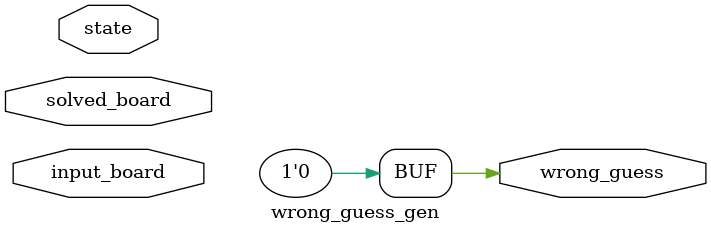
<source format=v>
`timescale 1ns / 1ps


module wrong_guess_gen(
        input[323:0] input_board,
        input[323:0] solved_board,
        input state,
        output wrong_guess
    );
    
wire[80:0] different;

genvar i;
generate
    
for(i = 0; i < 81; i = i + 1) begin: diff_gen
    assign different[i] = (input_board[(4 * i) + 3-:4] != solved_board[(4 * i) + 3-:4]) && (input_board[(4 * i) + 3-:4]);
end
endgenerate

assign wrong_guess = (|different) && (state == 9);
endmodule

</source>
